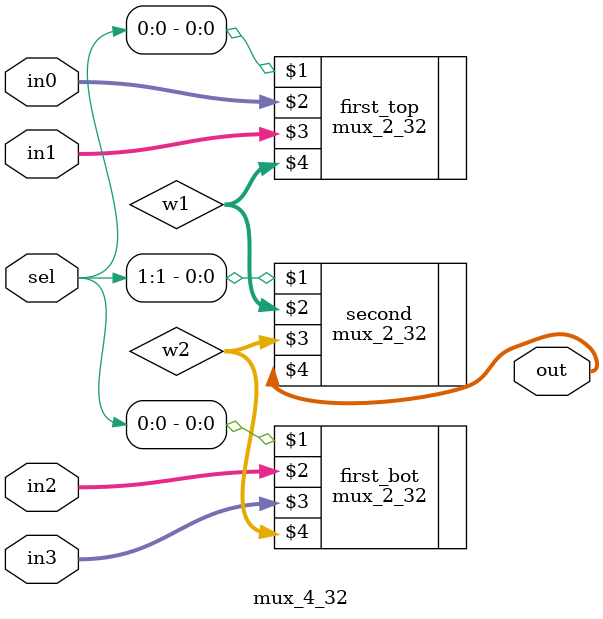
<source format=v>
module mux_4_32(sel, in0, in1, in2, in3, out);
	input [1:0] sel;
	input [31:0] in0, in1, in2, in3;
	output [31:0] out;
	wire [31:0] w1, w2;
	mux_2_32 first_top(sel[0], in0, in1, w1);
	mux_2_32 first_bot(sel[0], in2, in3, w2);
	mux_2_32 second(sel[1], w1, w2, out);
endmodule

</source>
